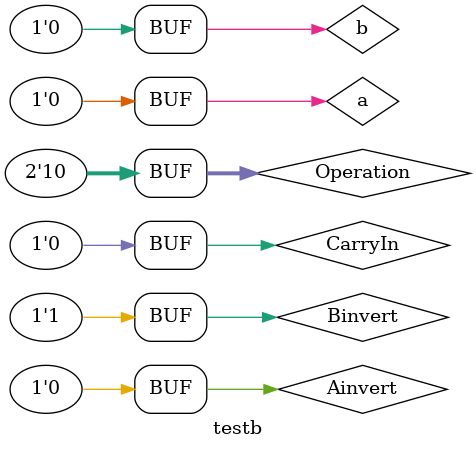
<source format=v>
module testb
(

);

reg a;
reg Ainvert;
reg Binvert;
reg b;
reg [1:0] Operation;
reg CarryIn;
wire CarryOut;
wire Result;

ALU myAlu(a,Ainvert,Binvert,b,Operation,CarryIn,CarryOut,Result);

initial
begin
#0 a = 1'b0;
#0 Ainvert = 1'b0;
#0 Binvert = 1'b1;
#0 b = 1'b0;
#0 Operation = 2'b10;
#0 CarryIn = 1'b0;
end

endmodule 
  

</source>
